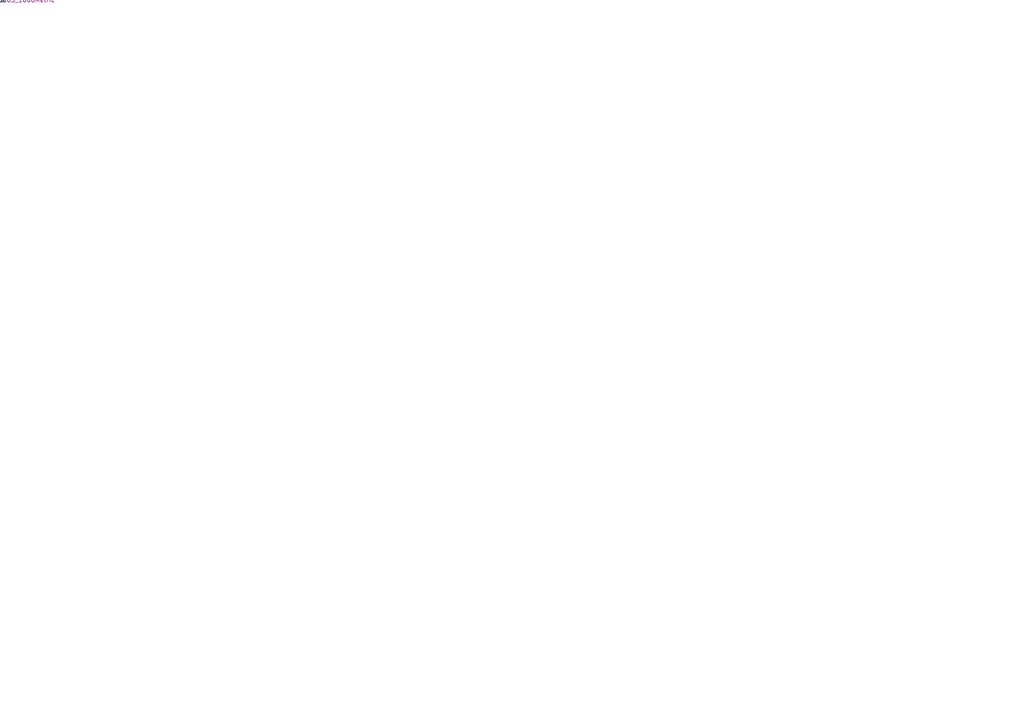
<source format=kicad_sch>
(kicad_sch (version 20230121) (generator "kicad-sch-api")
  (title_block (title "test_recreation"))
  (lib_symbols
    (symbol "Device:R" (pin_numbers (hide yes)) (pin_names (offset 0))
      (property "Reference" "R" (at 2.032 0 90))
      (property "Value" "R" (at 0 0 90))
    )
  )
  (symbol (lib_id "Device:R") (at 93.98 81.28 0)
    (property "Reference" "R1")
    (property "Value" "10k")
    (property "Footprint" "Resistor_SMD:R_0603_1608Metric")
  )
)
</source>
